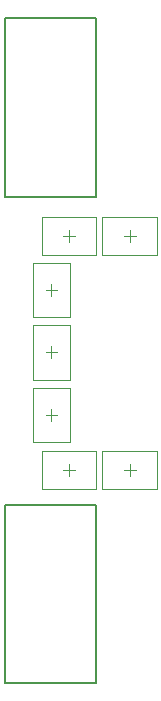
<source format=gbr>
%TF.GenerationSoftware,Altium Limited,Altium Designer,20.0.10 (225)*%
G04 Layer_Color=32768*
%FSLAX26Y26*%
%MOIN*%
%TF.FileFunction,Other,Top_Courtyard*%
%TF.Part,Single*%
G01*
G75*
%TA.AperFunction,NonConductor*%
%ADD19C,0.007874*%
%ADD22C,0.003937*%
%ADD24C,0.001968*%
D19*
X3840177Y4612008D02*
Y5206890D01*
Y4612008D02*
X4144508D01*
Y5206890D01*
X3840177D02*
X4144508D01*
Y2989961D02*
Y3584843D01*
X3840177D02*
X4144508D01*
X3840177Y2989961D02*
Y3584843D01*
Y2989961D02*
X4144508D01*
D22*
X4255555Y3680315D02*
Y3719685D01*
X4235870Y3700000D02*
X4275240D01*
X4053429Y3680315D02*
Y3719685D01*
X4033744Y3700000D02*
X4073114D01*
X3975315Y3883898D02*
X4014685D01*
X3995000Y3864213D02*
Y3903583D01*
X3975315Y4092500D02*
X4014685D01*
X3995000Y4072815D02*
Y4112185D01*
X3975315Y4300000D02*
X4014685D01*
X3995000Y4280315D02*
Y4319685D01*
X4255555Y4460315D02*
Y4499685D01*
X4235870Y4480000D02*
X4275240D01*
X4053429Y4460315D02*
Y4499685D01*
X4033744Y4480000D02*
X4073114D01*
D24*
X4165004Y3762992D02*
X4346106D01*
X4165004Y3637008D02*
X4346106D01*
X4165004D02*
Y3762992D01*
X4346106Y3637008D02*
Y3762992D01*
X3962878D02*
X4143980D01*
X3962878Y3637008D02*
X4143980D01*
X3962878D02*
Y3762992D01*
X4143980Y3637008D02*
Y3762992D01*
X4057992Y3793347D02*
Y3974449D01*
X3932008Y3793347D02*
Y3974449D01*
X4057992D01*
X3932008Y3793347D02*
X4057992D01*
Y4001949D02*
Y4183051D01*
X3932008Y4001949D02*
Y4183051D01*
X4057992D01*
X3932008Y4001949D02*
X4057992D01*
Y4209449D02*
Y4390551D01*
X3932008Y4209449D02*
Y4390551D01*
X4057992D01*
X3932008Y4209449D02*
X4057992D01*
X4165004Y4542992D02*
X4346106D01*
X4165004Y4417008D02*
X4346106D01*
X4165004D02*
Y4542992D01*
X4346106Y4417008D02*
Y4542992D01*
X3962878D02*
X4143980D01*
X3962878Y4417008D02*
X4143980D01*
X3962878D02*
Y4542992D01*
X4143980Y4417008D02*
Y4542992D01*
%TF.MD5,d084e226ead9a171c11b1c62e9476d61*%
M02*

</source>
